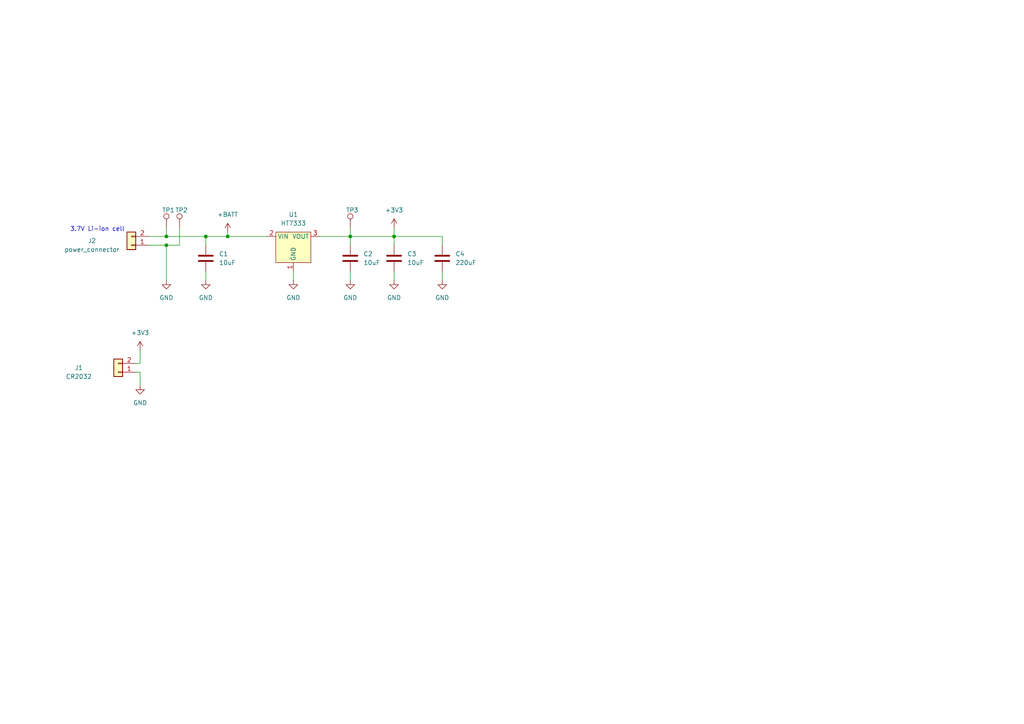
<source format=kicad_sch>
(kicad_sch (version 20230121) (generator eeschema)
  (paper "A4")
  (lib_symbols
    (symbol "Connector:TestPoint" (pin_numbers hide) (pin_names (offset 0.762) hide)
      (property "Reference" "TP" (at 0 6.858 0))
      (property "Value" "TestPoint" (at 0 5.08 0))
      (symbol "TestPoint_0_1"
        (circle (center 0 3.302) (radius 0.762))
      )
      (symbol "TestPoint_1_1"
        (pin passive line (at 0 0 90) (length 2.54) (name "1") (number "1"))
      )
    )
    (symbol "Connector_Generic:Conn_01x02" (pin_names (offset 1.016) hide)
      (property "Reference" "J" (at 0 2.54 0))
      (property "Value" "Conn_01x02" (at 0 -5.08 0))
      (symbol "Conn_01x02_1_1"
        (rectangle (start -1.27 -2.413) (end 0 -2.667) (stroke (width 0.1524)))
        (rectangle (start -1.27 0.127) (end 0 -0.127) (stroke (width 0.1524)))
        (rectangle (start -1.27 1.27) (end 1.27 -3.81) (stroke (width 0.254)) (fill (type background)))
        (pin passive line (at -5.08 0 0) (length 3.81) (name "Pin_1") (number "1"))
        (pin passive line (at -5.08 -2.54 0) (length 3.81) (name "Pin_2") (number "2"))
      )
    )
    (symbol "Device:C" (pin_numbers hide) (pin_names (offset 0.254))
      (property "Reference" "C" (at 0.635 2.54 0))
      (property "Value" "C" (at 0.635 -2.54 0))
      (symbol "C_0_1"
        (polyline (pts (xy -2.032 -0.762) (xy 2.032 -0.762)) (stroke (width 0.508)))
        (polyline (pts (xy -2.032 0.762) (xy 2.032 0.762)) (stroke (width 0.508)))
      )
      (symbol "C_1_1"
        (pin passive line (at 0 3.81 270) (length 2.794) (name "~") (number "1"))
        (pin passive line (at 0 -3.81 90) (length 2.794) (name "~") (number "2"))
      )
    )
    (symbol "HT7333:HT7333"
      (property "Reference" "U" (at 0 8.89 0))
      (property "Value" "HT7333" (at 0 6.35 0))
      (symbol "HT7333_0_1"
        (rectangle (start -5.08 3.81) (end 5.08 -5.08) (fill (type background)))
      )
      (symbol "HT7333_1_1"
        (pin input line (at 0 -7.62 90) (length 2.54) (name "GND") (number "1"))
        (pin input line (at -7.62 2.54 0) (length 2.54) (name "VIN") (number "2"))
        (pin input line (at 7.62 2.54 180) (length 2.54) (name "VOUT") (number "3"))
      )
    )
    (symbol "power:+3V3" (power) (pin_names (offset 0))
      (property "Value" "+3V3" (at 0 3.556 0))
      (symbol "+3V3_0_1"
        (polyline (pts (xy -0.762 1.27) (xy 0 2.54)))
        (polyline (pts (xy 0 0) (xy 0 2.54)))
        (polyline (pts (xy 0 2.54) (xy 0.762 1.27)))
      )
      (symbol "+3V3_1_1"
        (pin power_in line (at 0 0 90) (length 0) hide (name "+3V3") (number "1"))
      )
    )
    (symbol "power:+BATT" (power) (pin_names (offset 0))
      (property "Value" "+BATT" (at 0 3.556 0))
      (symbol "+BATT_0_1"
        (polyline (pts (xy -0.762 1.27) (xy 0 2.54)))
        (polyline (pts (xy 0 0) (xy 0 2.54)))
        (polyline (pts (xy 0 2.54) (xy 0.762 1.27)))
      )
      (symbol "+BATT_1_1"
        (pin power_in line (at 0 0 90) (length 0) hide (name "+BATT") (number "1"))
      )
    )
    (symbol "power:GND" (power) (pin_names (offset 0))
      (property "Value" "GND" (at 0 -3.81 0))
      (symbol "GND_0_1"
        (polyline (pts (xy 0 0) (xy 0 -1.27) (xy 1.27 -1.27) (xy 0 -2.54) (xy -1.27 -1.27) (xy 0 -1.27)))
      )
      (symbol "GND_1_1"
        (pin power_in line (at 0 0 270) (length 0) hide (name "GND") (number "1"))
      )
    )
  )
  (junction (at 101.6 68.58))
  (junction (at 48.26 68.58))
  (junction (at 59.69 68.58))
  (junction (at 66.04 68.58))
  (junction (at 114.3 68.58))
  (junction (at 48.26 71.12))
  (wire (pts (xy 48.26 81.28) (xy 48.26 71.12)))
  (wire (pts (xy 101.6 78.74) (xy 101.6 81.28)))
  (wire (pts (xy 40.64 107.95) (xy 39.37 107.95)))
  (wire (pts (xy 114.3 78.74) (xy 114.3 81.28)))
  (wire (pts (xy 66.04 68.58) (xy 66.04 67.31)))
  (wire (pts (xy 59.69 68.58) (xy 66.04 68.58)))
  (wire (pts (xy 48.26 68.58) (xy 59.69 68.58)))
  (wire (pts (xy 59.69 78.74) (xy 59.69 81.28)))
  (wire (pts (xy 59.69 68.58) (xy 59.69 71.12)))
  (wire (pts (xy 48.26 71.12) (xy 43.18 71.12)))
  (wire (pts (xy 101.6 68.58) (xy 101.6 71.12)))
  (wire (pts (xy 52.07 66.04) (xy 52.07 71.12)))
  (wire (pts (xy 52.07 71.12) (xy 48.26 71.12)))
  (wire (pts (xy 128.27 71.12) (xy 128.27 68.58)))
  (wire (pts (xy 40.64 105.41) (xy 39.37 105.41)))
  (wire (pts (xy 85.09 78.74) (xy 85.09 81.28)))
  (wire (pts (xy 48.26 66.04) (xy 48.26 68.58)))
  (wire (pts (xy 43.18 68.58) (xy 48.26 68.58)))
  (wire (pts (xy 66.04 68.58) (xy 77.47 68.58)))
  (wire (pts (xy 114.3 66.04) (xy 114.3 68.58)))
  (wire (pts (xy 40.64 107.95) (xy 40.64 111.76)))
  (wire (pts (xy 92.71 68.58) (xy 101.6 68.58)))
  (wire (pts (xy 114.3 71.12) (xy 114.3 68.58)))
  (wire (pts (xy 128.27 68.58) (xy 114.3 68.58)))
  (wire (pts (xy 128.27 78.74) (xy 128.27 81.28)))
  (wire (pts (xy 40.64 101.6) (xy 40.64 105.41)))
  (wire (pts (xy 101.6 66.04) (xy 101.6 68.58)))
  (wire (pts (xy 114.3 68.58) (xy 101.6 68.58)))
  (text "3.7V Li-ion cell" (at 20.32 67.31 0) (effects (font (size 1.27 1.27)) (justify left bottom)))
  (symbol (lib_id "power:GND") (at 101.6 81.28 0) (unit 1)
    (property "Reference" "#PWR07" (effects hide))
    (property "Value" "GND" (at 101.6 86.36 0))
  )
  (symbol (lib_id "power:+3V3") (at 114.3 66.04 0) (unit 1)
    (property "Reference" "#PWR08" (effects hide))
    (property "Value" "+3V3" (at 114.3 60.96 0))
  )
  (symbol (lib_id "HT7333:HT7333") (at 85.09 71.12 0) (unit 1)
    (property "Reference" "U1" (at 85.09 62.23 0))
    (property "Value" "HT7333" (at 85.09 64.77 0))
    (property "Footprint" "Package_TO_SOT_SMD:SOT-89-3" (effects hide))
    (property "Datasheet" "https://datasheet.lcsc.com/szlcsc/Holtek-Semicon-HT7333-A_C21583.pdf" (effects hide))
  )
  (symbol (lib_id "Device:C") (at 114.3 74.93 0) (unit 1)
    (property "Reference" "C3" (at 118.11 73.6599 0) (effects (justify left)))
    (property "Value" "10uF" (at 118.11 76.1999 0) (effects (justify left)))
    (property "Footprint" "Capacitor_SMD:C_0805_2012Metric" (effects hide))
  )
  (symbol (lib_id "power:GND") (at 85.09 81.28 0) (unit 1)
    (property "Reference" "#PWR06" (effects hide))
    (property "Value" "GND" (at 85.09 86.36 0))
  )
  (symbol (lib_id "power:GND") (at 48.26 81.28 0) (unit 1)
    (property "Reference" "#PWR03" (effects hide))
    (property "Value" "GND" (at 48.26 86.36 0))
  )
  (symbol (lib_id "power:GND") (at 40.64 111.76 0) (unit 1)
    (property "Reference" "#PWR02" (effects hide))
    (property "Value" "GND" (at 40.64 116.84 0))
  )
  (symbol (lib_id "power:GND") (at 128.27 81.28 0) (unit 1)
    (property "Reference" "#PWR010" (effects hide))
    (property "Value" "GND" (at 128.27 86.36 0))
  )
  (symbol (lib_id "power:GND") (at 59.69 81.28 0) (unit 1)
    (property "Reference" "#PWR04" (effects hide))
    (property "Value" "GND" (at 59.69 86.36 0))
  )
  (symbol (lib_id "Device:C") (at 101.6 74.93 0) (unit 1)
    (property "Reference" "C2" (at 105.41 73.6599 0) (effects (justify left)))
    (property "Value" "10uF" (at 105.41 76.1999 0) (effects (justify left)))
    (property "Footprint" "Capacitor_SMD:C_0805_2012Metric" (effects hide))
  )
  (symbol (lib_id "Connector:TestPoint") (at 101.6 66.04 0) (unit 1)
    (property "Reference" "TP3" (at 100.33 60.96 0) (effects (justify left)))
    (property "Value" "TestPoint" (effects hide))
    (property "Footprint" "TestPoint:TestPoint_Pad_D1.0mm" (effects hide))
  )
  (symbol (lib_id "Connector_Generic:Conn_01x02") (at 34.29 107.95 180) (unit 1)
    (property "Reference" "J1" (at 22.86 106.68 0))
    (property "Value" "CR2032" (at 22.86 109.22 0))
    (property "Footprint" "CR2032_THT:CR2032_THT" (effects hide))
  )
  (symbol (lib_id "power:+3V3") (at 40.64 101.6 0) (unit 1)
    (property "Reference" "#PWR01" (effects hide))
    (property "Value" "+3V3" (at 40.64 96.52 0))
  )
  (symbol (lib_id "Connector:TestPoint") (at 48.26 66.04 0) (unit 1)
    (property "Reference" "TP1" (at 46.99 60.96 0) (effects (justify left)))
    (property "Value" "TestPoint" (effects hide))
    (property "Footprint" "TestPoint:TestPoint_Pad_D1.0mm" (effects hide))
  )
  (symbol (lib_id "power:+BATT") (at 66.04 67.31 0) (unit 1)
    (property "Reference" "#PWR05" (effects hide))
    (property "Value" "+BATT" (at 66.04 62.23 0))
  )
  (symbol (lib_id "Device:C") (at 128.27 74.93 0) (unit 1)
    (property "Reference" "C4" (at 132.08 73.6599 0) (effects (justify left)))
    (property "Value" "220uF" (at 132.08 76.1999 0) (effects (justify left)))
    (property "Footprint" "Capacitor_THT:C_Radial_D6.3mm_H11.0mm_P2.50mm" (effects hide))
  )
  (symbol (lib_id "Device:C") (at 59.69 74.93 0) (unit 1)
    (property "Reference" "C1" (at 63.5 73.6599 0) (effects (justify left)))
    (property "Value" "10uF" (at 63.5 76.1999 0) (effects (justify left)))
    (property "Footprint" "Capacitor_SMD:C_0805_2012Metric" (effects hide))
  )
  (symbol (lib_id "power:GND") (at 114.3 81.28 0) (unit 1)
    (property "Reference" "#PWR09" (effects hide))
    (property "Value" "GND" (at 114.3 86.36 0))
  )
  (symbol (lib_id "Connector_Generic:Conn_01x02") (at 38.1 71.12 180) (unit 1)
    (property "Reference" "J2" (at 26.67 69.85 0))
    (property "Value" "power_connector" (at 26.67 72.39 0))
    (property "Footprint" "Connector_PinHeader_2.54mm:PinHeader_1x02_P2.54mm_Vertical" (effects hide))
  )
  (symbol (lib_id "Connector:TestPoint") (at 52.07 66.04 0) (unit 1)
    (property "Reference" "TP2" (at 50.8 60.96 0) (effects (justify left)))
    (property "Value" "TestPoint" (effects hide))
    (property "Footprint" "TestPoint:TestPoint_Pad_D1.0mm" (effects hide))
  )
)
</source>
